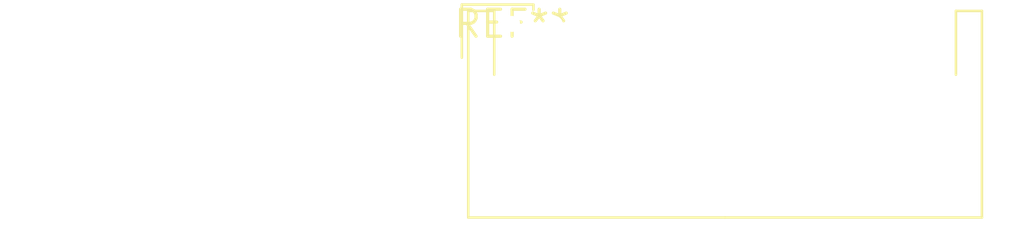
<source format=kicad_pcb>
(kicad_pcb (version 20240108) (generator pcbnew)
  (layers (0 "F.Cu" signal) (31 "B.Cu" signal) (34 "B.Paste" user) (35 "F.Paste" user) (36 "B.SilkS" user "B.Silkscreen") (37 "F.SilkS" user "F.Silkscreen") (38 "B.Mask" user) (39 "F.Mask" user) (44 "Edge.Cuts" user))
  (net 0 "")
  (footprint "JST_PHD_S22B-PHDSS_2x11_P2.00mm_Horizontal" (layer "F.Cu") (at 0 0)
    (property "Reference" "REF**")
    (property "Value" "JST_PHD_S22B-PHDSS_2x11_P2.00mm_Horizontal")
    (fp_line (start -2.36 -0.91) (end -2.36 1.59) (layer "F.SilkS") (stroke (width 0.12)))
    (fp_line (start -2.06 -0.61) (end -2.06 9.11) (layer "F.SilkS") (stroke (width 0.12)))
    (fp_line (start -2.06 9.11) (end 10 9.11) (layer "F.SilkS") (stroke (width 0.12)))
    (fp_line (start -0.84 -0.61) (end -2.06 -0.61) (layer "F.SilkS") (stroke (width 0.12)))
    (fp_line (start -0.84 2.39) (end -0.84 -0.61) (layer "F.SilkS") (stroke (width 0.12)))
    (fp_line (start 1 -0.91) (end -2.36 -0.91) (layer "F.SilkS") (stroke (width 0.12)))
    (fp_line (start 1 -0.66) (end 1 -0.91) (layer "F.SilkS") (stroke (width 0.12)))
    (fp_line (start 20.84 -0.61) (end 22.06 -0.61) (layer "F.SilkS") (stroke (width 0.12)))
    (fp_line (start 20.84 2.39) (end 20.84 -0.61) (layer "F.SilkS") (stroke (width 0.12)))
    (fp_line (start 22.06 -0.61) (end 22.06 9.11) (layer "F.SilkS") (stroke (width 0.12)))
    (fp_line (start 22.06 9.11) (end 10 9.11) (layer "F.SilkS") (stroke (width 0.12)))
    (pad "1" thru_hole roundrect (at 0 0) (size 1.2 1.2) (drill 0.75) (layers *.Cu *.Mask) (remove_unused_layers) (roundrect_rratio 0.208333))
    (pad "2" thru_hole circle (at 0 2) (size 1.2 1.2) (drill 0.75) (layers *.Cu *.Mask) (remove_unused_layers))
    (pad "3" thru_hole circle (at 2 0) (size 1.2 1.2) (drill 0.75) (layers *.Cu *.Mask) (remove_unused_layers))
    (pad "4" thru_hole circle (at 2 2) (size 1.2 1.2) (drill 0.75) (layers *.Cu *.Mask) (remove_unused_layers))
    (pad "5" thru_hole circle (at 4 0) (size 1.2 1.2) (drill 0.75) (layers *.Cu *.Mask) (remove_unused_layers))
    (pad "6" thru_hole circle (at 4 2) (size 1.2 1.2) (drill 0.75) (layers *.Cu *.Mask) (remove_unused_layers))
    (pad "7" thru_hole circle (at 6 0) (size 1.2 1.2) (drill 0.75) (layers *.Cu *.Mask) (remove_unused_layers))
    (pad "8" thru_hole circle (at 6 2) (size 1.2 1.2) (drill 0.75) (layers *.Cu *.Mask) (remove_unused_layers))
    (pad "9" thru_hole circle (at 8 0) (size 1.2 1.2) (drill 0.75) (layers *.Cu *.Mask) (remove_unused_layers))
    (pad "10" thru_hole circle (at 8 2) (size 1.2 1.2) (drill 0.75) (layers *.Cu *.Mask) (remove_unused_layers))
    (pad "11" thru_hole circle (at 10 0) (size 1.2 1.2) (drill 0.75) (layers *.Cu *.Mask) (remove_unused_layers))
    (pad "12" thru_hole circle (at 10 2) (size 1.2 1.2) (drill 0.75) (layers *.Cu *.Mask) (remove_unused_layers))
    (pad "13" thru_hole circle (at 12 0) (size 1.2 1.2) (drill 0.75) (layers *.Cu *.Mask) (remove_unused_layers))
    (pad "14" thru_hole circle (at 12 2) (size 1.2 1.2) (drill 0.75) (layers *.Cu *.Mask) (remove_unused_layers))
    (pad "15" thru_hole circle (at 14 0) (size 1.2 1.2) (drill 0.75) (layers *.Cu *.Mask) (remove_unused_layers))
    (pad "16" thru_hole circle (at 14 2) (size 1.2 1.2) (drill 0.75) (layers *.Cu *.Mask) (remove_unused_layers))
    (pad "17" thru_hole circle (at 16 0) (size 1.2 1.2) (drill 0.75) (layers *.Cu *.Mask) (remove_unused_layers))
    (pad "18" thru_hole circle (at 16 2) (size 1.2 1.2) (drill 0.75) (layers *.Cu *.Mask) (remove_unused_layers))
    (pad "19" thru_hole circle (at 18 0) (size 1.2 1.2) (drill 0.75) (layers *.Cu *.Mask) (remove_unused_layers))
    (pad "20" thru_hole circle (at 18 2) (size 1.2 1.2) (drill 0.75) (layers *.Cu *.Mask) (remove_unused_layers))
    (pad "21" thru_hole circle (at 20 0) (size 1.2 1.2) (drill 0.75) (layers *.Cu *.Mask) (remove_unused_layers))
    (pad "22" thru_hole circle (at 20 2) (size 1.2 1.2) (drill 0.75) (layers *.Cu *.Mask) (remove_unused_layers))
  )
)
</source>
